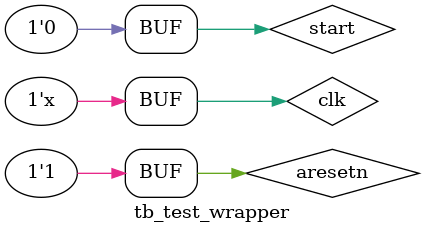
<source format=sv>
`timescale 1ns / 1ps

module tb_test_wrapper();

    
    logic clk, aresetn, start, trigger_o;
    logic [15:0] signals_o;

    initial begin
        clk = 1'b0;
        aresetn = 1'b1;
        start = 1'b0;
        #2;
        aresetn = 1'b0;
        #2;
        aresetn = 1'b1;
        #4;
    end
    
    always 
        #1 clk = ~clk;

    always begin
        #1 
        #20 start = 1'd1;
        #2  start = 1'd0;
        #220 start = 1'd1;
        #2  start = 1'd0;
        #25000;
    end
    
    test_wrapper test_wrapper_inst(
            .clk(clk), //1 bit
            .aresetn(aresetn), //1 bit
            .start_i(start), //1 bit
            .trigger_o(trigger_o), //1 bit
            .signals_o(signals_o) //15 bit array
    );
endmodule


</source>
